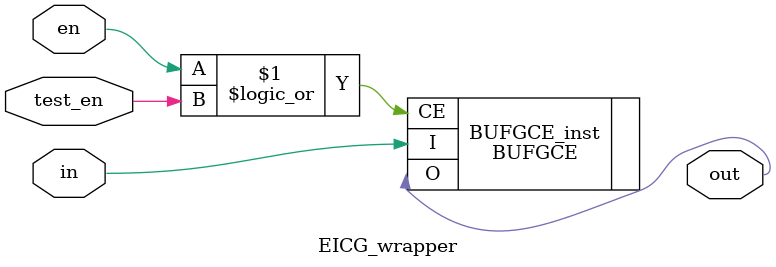
<source format=v>
/* verilator lint_off UNOPTFLAT */

module EICG_wrapper(
  output out,
  input en,
  input test_en,
  input in
);
BUFGCE #(
  .CE_TYPE("SYNC"),               // ASYNC, HARDSYNC, SYNC
  .IS_CE_INVERTED(1'b0),          // Programmable inversion on CE
  .IS_I_INVERTED(1'b0),           // Programmable inversion on I
  .SIM_DEVICE("ULTRASCALE_PLUS")  // ULTRASCALE, ULTRASCALE_PLUS
)
BUFGCE_inst (
  .O(out),   // 1-bit output: Buffer
  .CE(en || test_en), // 1-bit input: Buffer enable
  .I(in)    // 1-bit input: Buffer
);


//  reg en_latched /*verilator clock_enable*/;

//  always @(*) begin
//     if (!in) begin
//        en_latched = en || test_en;
//     end
//  end

//  assign out = en_latched && in;

endmodule

</source>
